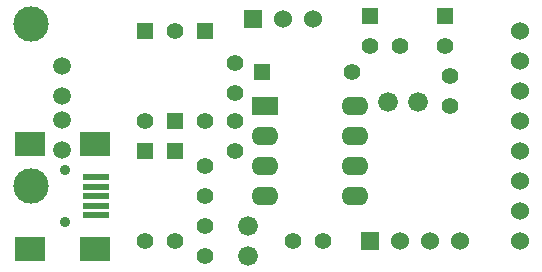
<source format=gts>
G04 (created by PCBNEW (2013-mar-13)-testing) date Sun 28 Sep 2014 03:02:52 PM PDT*
%MOIN*%
G04 Gerber Fmt 3.4, Leading zero omitted, Abs format*
%FSLAX34Y34*%
G01*
G70*
G90*
G04 APERTURE LIST*
%ADD10C,0.005906*%
%ADD11R,0.055000X0.055000*%
%ADD12C,0.055000*%
%ADD13R,0.090600X0.019700*%
%ADD14R,0.098400X0.078700*%
%ADD15C,0.035400*%
%ADD16C,0.066000*%
%ADD17R,0.090000X0.062000*%
%ADD18O,0.090000X0.062000*%
%ADD19R,0.060000X0.060000*%
%ADD20C,0.060000*%
%ADD21C,0.059100*%
%ADD22C,0.118100*%
G04 APERTURE END LIST*
G54D10*
G54D11*
X56000Y-36500D03*
G54D12*
X56000Y-37500D03*
X50917Y-44000D03*
X51917Y-44000D03*
G54D13*
X44358Y-41889D03*
X44358Y-42204D03*
X44358Y-42519D03*
X44358Y-42834D03*
X44358Y-43149D03*
G54D14*
X44319Y-40767D03*
X42154Y-40767D03*
X44319Y-44271D03*
X42154Y-44271D03*
G54D15*
X43335Y-41653D03*
X43335Y-43385D03*
G54D11*
X46000Y-37000D03*
G54D12*
X46000Y-40000D03*
G54D11*
X46000Y-41000D03*
G54D12*
X46000Y-44000D03*
G54D11*
X47000Y-41000D03*
G54D12*
X47000Y-44000D03*
G54D11*
X49877Y-38385D03*
G54D12*
X52877Y-38385D03*
G54D16*
X54106Y-39370D03*
X55106Y-39370D03*
G54D11*
X48000Y-37000D03*
G54D12*
X48000Y-40000D03*
G54D11*
X47000Y-40000D03*
G54D12*
X47000Y-37000D03*
G54D16*
X49409Y-43500D03*
X49409Y-44500D03*
G54D17*
X50000Y-39500D03*
G54D18*
X50000Y-40500D03*
X50000Y-41500D03*
X50000Y-42500D03*
X53000Y-42500D03*
X53000Y-41500D03*
X53000Y-40500D03*
X53000Y-39500D03*
G54D19*
X49590Y-36614D03*
G54D20*
X50590Y-36614D03*
X51590Y-36614D03*
G54D21*
X43228Y-40966D03*
X43228Y-39966D03*
X43228Y-39166D03*
X43228Y-38166D03*
G54D22*
X42178Y-42166D03*
X42178Y-36766D03*
G54D12*
X49000Y-38082D03*
X49000Y-39082D03*
X49000Y-40000D03*
X49000Y-41000D03*
X48000Y-41500D03*
X48000Y-42500D03*
X56141Y-39500D03*
X56141Y-38500D03*
X48000Y-43500D03*
X48000Y-44500D03*
G54D11*
X53500Y-36500D03*
G54D12*
X53500Y-37500D03*
X54500Y-37500D03*
G54D20*
X58500Y-37000D03*
X58500Y-38000D03*
X58500Y-39000D03*
X58500Y-40000D03*
X58500Y-41000D03*
X58500Y-42000D03*
X58500Y-43000D03*
X58500Y-44000D03*
G54D19*
X53500Y-44000D03*
G54D20*
X54500Y-44000D03*
X55500Y-44000D03*
X56500Y-44000D03*
M02*

</source>
